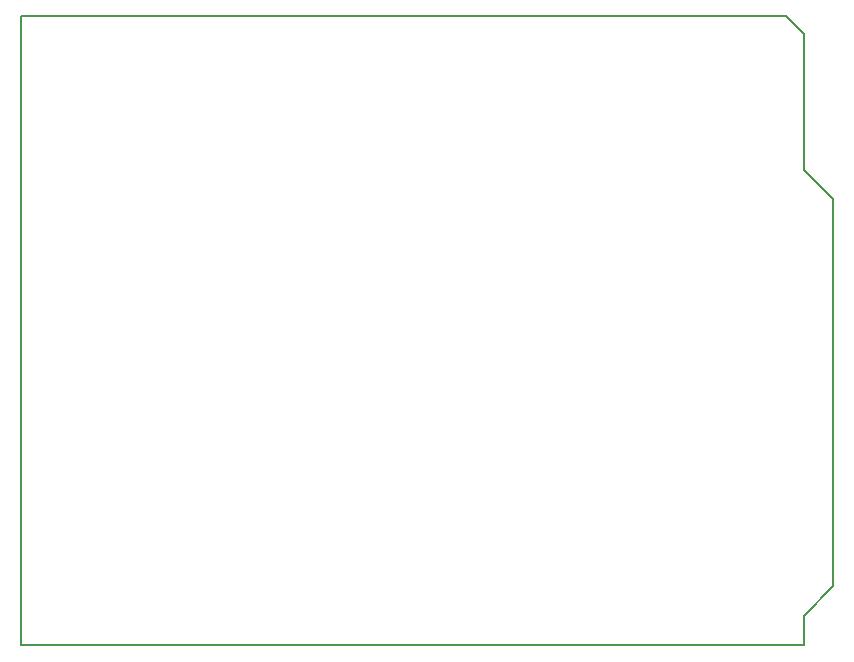
<source format=gm1>
G04 #@! TF.GenerationSoftware,KiCad,Pcbnew,(2017-11-08 revision cd21218)-HEAD*
G04 #@! TF.CreationDate,2018-02-12T10:39:37+02:00*
G04 #@! TF.ProjectId,esp8266_uno_relay,657370383236365F756E6F5F72656C61,rev?*
G04 #@! TF.SameCoordinates,Original*
G04 #@! TF.FileFunction,Profile,NP*
%FSLAX46Y46*%
G04 Gerber Fmt 4.6, Leading zero omitted, Abs format (unit mm)*
G04 Created by KiCad (PCBNEW (2017-11-08 revision cd21218)-HEAD) date Mon Feb 12 10:39:37 2018*
%MOMM*%
%LPD*%
G01*
G04 APERTURE LIST*
%ADD10C,0.150000*%
G04 APERTURE END LIST*
D10*
X105000000Y-146250000D02*
X105000000Y-93000000D01*
X171250000Y-146250000D02*
X105000000Y-146250000D01*
X171250000Y-143750000D02*
X171250000Y-146250000D01*
X173750000Y-141250000D02*
X171250000Y-143750000D01*
X173750000Y-108500000D02*
X173750000Y-141250000D01*
X171250000Y-106000000D02*
X173750000Y-108500000D01*
X171250000Y-94500000D02*
X171250000Y-106000000D01*
X169750000Y-93000000D02*
X171250000Y-94500000D01*
X105000000Y-93000000D02*
X169750000Y-93000000D01*
M02*

</source>
